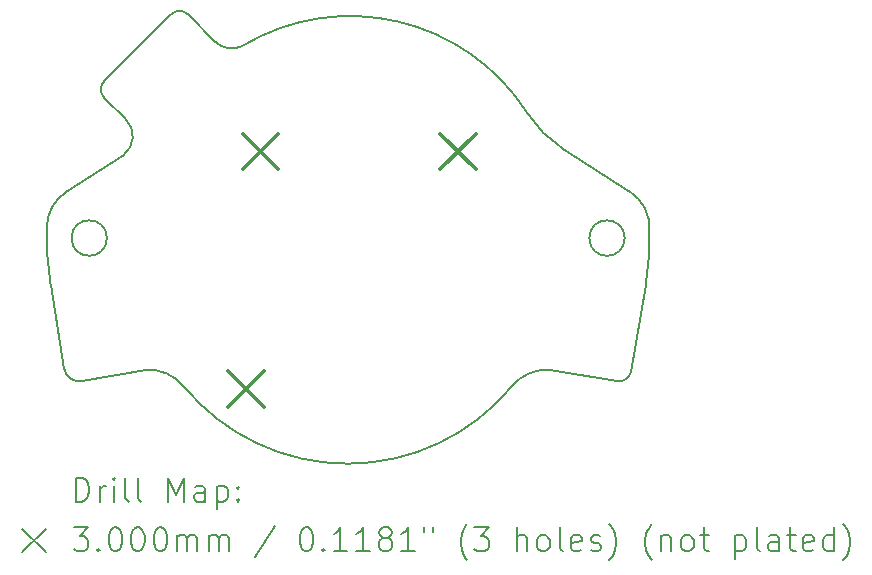
<source format=gbr>
%FSLAX45Y45*%
G04 Gerber Fmt 4.5, Leading zero omitted, Abs format (unit mm)*
G04 Created by KiCad (PCBNEW (6.0.1)) date 2022-03-04 07:34:20*
%MOMM*%
%LPD*%
G01*
G04 APERTURE LIST*
%TA.AperFunction,Profile*%
%ADD10C,0.200000*%
%TD*%
%ADD11C,0.200000*%
%ADD12C,0.300000*%
G04 APERTURE END LIST*
D10*
X8119220Y-8995923D02*
X7935901Y-8812604D01*
X7598096Y-11110038D02*
X7481529Y-10399757D01*
X12396279Y-11130038D02*
X12520000Y-10400000D01*
X7598096Y-11110038D02*
G75*
G03*
X7745957Y-11209065I121078J20885D01*
G01*
X8643009Y-8105497D02*
G75*
G03*
X8501588Y-8105497I-70711J-70711D01*
G01*
X11516467Y-8940539D02*
G75*
G03*
X9098280Y-8376920I-1498043J-957918D01*
G01*
X8873880Y-8336367D02*
G75*
G03*
X9098280Y-8376920I141421J141421D01*
G01*
X11516467Y-8940539D02*
G75*
G03*
X11816778Y-9242082I842484J538727D01*
G01*
X7450000Y-9910244D02*
G75*
G03*
X7481529Y-10399757I2637217J-75910D01*
G01*
X8873880Y-8336367D02*
X8643009Y-8105497D01*
X12280821Y-11210987D02*
G75*
G03*
X12396279Y-11130038I14573J102027D01*
G01*
X7958000Y-10000000D02*
G75*
G03*
X7958000Y-10000000I-150000J0D01*
G01*
X12520000Y-10400000D02*
G75*
G03*
X12551470Y-9930243I-2571814J408225D01*
G01*
X11709400Y-11115040D02*
X12280821Y-11210987D01*
X11816778Y-9242082D02*
X12387196Y-9607725D01*
X7745957Y-11209065D02*
X8290560Y-11115040D01*
X12342000Y-10000000D02*
G75*
G03*
X12342000Y-10000000I-150000J0D01*
G01*
X7935901Y-8671183D02*
G75*
G03*
X7935901Y-8812604I70711J-70711D01*
G01*
X11709400Y-11115040D02*
G75*
G03*
X11385953Y-11255493I-23936J-387537D01*
G01*
X8608952Y-11255493D02*
G75*
G03*
X11385953Y-11255493I1388501J1145454D01*
G01*
X8100713Y-9295116D02*
G75*
G03*
X8119220Y-8995923I-122915J157772D01*
G01*
X7613903Y-9609428D02*
X8100713Y-9295116D01*
X12551470Y-9930243D02*
G75*
G03*
X12387196Y-9607725I-359471J19999D01*
G01*
X8608952Y-11255493D02*
G75*
G03*
X8290560Y-11115040I-298977J-246642D01*
G01*
X8501588Y-8105497D02*
X7935901Y-8671183D01*
X7613903Y-9609428D02*
G75*
G03*
X7450000Y-9910244I194097J-300816D01*
G01*
D11*
D12*
X8986660Y-11127431D02*
X9286660Y-11427431D01*
X9286660Y-11127431D02*
X8986660Y-11427431D01*
X9109960Y-9115140D02*
X9409960Y-9415140D01*
X9409960Y-9115140D02*
X9109960Y-9415140D01*
X10779960Y-9115140D02*
X11079960Y-9415140D01*
X11079960Y-9115140D02*
X10779960Y-9415140D01*
D11*
X7696527Y-12230514D02*
X7696527Y-12030514D01*
X7744146Y-12030514D01*
X7772717Y-12040038D01*
X7791765Y-12059086D01*
X7801289Y-12078133D01*
X7810812Y-12116229D01*
X7810812Y-12144800D01*
X7801289Y-12182895D01*
X7791765Y-12201943D01*
X7772717Y-12220991D01*
X7744146Y-12230514D01*
X7696527Y-12230514D01*
X7896527Y-12230514D02*
X7896527Y-12097181D01*
X7896527Y-12135276D02*
X7906050Y-12116229D01*
X7915574Y-12106705D01*
X7934622Y-12097181D01*
X7953670Y-12097181D01*
X8020336Y-12230514D02*
X8020336Y-12097181D01*
X8020336Y-12030514D02*
X8010812Y-12040038D01*
X8020336Y-12049562D01*
X8029860Y-12040038D01*
X8020336Y-12030514D01*
X8020336Y-12049562D01*
X8144146Y-12230514D02*
X8125098Y-12220991D01*
X8115574Y-12201943D01*
X8115574Y-12030514D01*
X8248908Y-12230514D02*
X8229860Y-12220991D01*
X8220336Y-12201943D01*
X8220336Y-12030514D01*
X8477479Y-12230514D02*
X8477479Y-12030514D01*
X8544146Y-12173372D01*
X8610812Y-12030514D01*
X8610812Y-12230514D01*
X8791765Y-12230514D02*
X8791765Y-12125752D01*
X8782241Y-12106705D01*
X8763193Y-12097181D01*
X8725098Y-12097181D01*
X8706051Y-12106705D01*
X8791765Y-12220991D02*
X8772717Y-12230514D01*
X8725098Y-12230514D01*
X8706051Y-12220991D01*
X8696527Y-12201943D01*
X8696527Y-12182895D01*
X8706051Y-12163848D01*
X8725098Y-12154324D01*
X8772717Y-12154324D01*
X8791765Y-12144800D01*
X8887003Y-12097181D02*
X8887003Y-12297181D01*
X8887003Y-12106705D02*
X8906051Y-12097181D01*
X8944146Y-12097181D01*
X8963193Y-12106705D01*
X8972717Y-12116229D01*
X8982241Y-12135276D01*
X8982241Y-12192419D01*
X8972717Y-12211467D01*
X8963193Y-12220991D01*
X8944146Y-12230514D01*
X8906051Y-12230514D01*
X8887003Y-12220991D01*
X9067955Y-12211467D02*
X9077479Y-12220991D01*
X9067955Y-12230514D01*
X9058432Y-12220991D01*
X9067955Y-12211467D01*
X9067955Y-12230514D01*
X9067955Y-12106705D02*
X9077479Y-12116229D01*
X9067955Y-12125752D01*
X9058432Y-12116229D01*
X9067955Y-12106705D01*
X9067955Y-12125752D01*
X7238908Y-12460038D02*
X7438908Y-12660038D01*
X7438908Y-12460038D02*
X7238908Y-12660038D01*
X7677479Y-12450514D02*
X7801289Y-12450514D01*
X7734622Y-12526705D01*
X7763193Y-12526705D01*
X7782241Y-12536229D01*
X7791765Y-12545752D01*
X7801289Y-12564800D01*
X7801289Y-12612419D01*
X7791765Y-12631467D01*
X7782241Y-12640991D01*
X7763193Y-12650514D01*
X7706050Y-12650514D01*
X7687003Y-12640991D01*
X7677479Y-12631467D01*
X7887003Y-12631467D02*
X7896527Y-12640991D01*
X7887003Y-12650514D01*
X7877479Y-12640991D01*
X7887003Y-12631467D01*
X7887003Y-12650514D01*
X8020336Y-12450514D02*
X8039384Y-12450514D01*
X8058431Y-12460038D01*
X8067955Y-12469562D01*
X8077479Y-12488610D01*
X8087003Y-12526705D01*
X8087003Y-12574324D01*
X8077479Y-12612419D01*
X8067955Y-12631467D01*
X8058431Y-12640991D01*
X8039384Y-12650514D01*
X8020336Y-12650514D01*
X8001289Y-12640991D01*
X7991765Y-12631467D01*
X7982241Y-12612419D01*
X7972717Y-12574324D01*
X7972717Y-12526705D01*
X7982241Y-12488610D01*
X7991765Y-12469562D01*
X8001289Y-12460038D01*
X8020336Y-12450514D01*
X8210812Y-12450514D02*
X8229860Y-12450514D01*
X8248908Y-12460038D01*
X8258431Y-12469562D01*
X8267955Y-12488610D01*
X8277479Y-12526705D01*
X8277479Y-12574324D01*
X8267955Y-12612419D01*
X8258431Y-12631467D01*
X8248908Y-12640991D01*
X8229860Y-12650514D01*
X8210812Y-12650514D01*
X8191765Y-12640991D01*
X8182241Y-12631467D01*
X8172717Y-12612419D01*
X8163193Y-12574324D01*
X8163193Y-12526705D01*
X8172717Y-12488610D01*
X8182241Y-12469562D01*
X8191765Y-12460038D01*
X8210812Y-12450514D01*
X8401289Y-12450514D02*
X8420336Y-12450514D01*
X8439384Y-12460038D01*
X8448908Y-12469562D01*
X8458432Y-12488610D01*
X8467955Y-12526705D01*
X8467955Y-12574324D01*
X8458432Y-12612419D01*
X8448908Y-12631467D01*
X8439384Y-12640991D01*
X8420336Y-12650514D01*
X8401289Y-12650514D01*
X8382241Y-12640991D01*
X8372717Y-12631467D01*
X8363193Y-12612419D01*
X8353670Y-12574324D01*
X8353670Y-12526705D01*
X8363193Y-12488610D01*
X8372717Y-12469562D01*
X8382241Y-12460038D01*
X8401289Y-12450514D01*
X8553670Y-12650514D02*
X8553670Y-12517181D01*
X8553670Y-12536229D02*
X8563193Y-12526705D01*
X8582241Y-12517181D01*
X8610812Y-12517181D01*
X8629860Y-12526705D01*
X8639384Y-12545752D01*
X8639384Y-12650514D01*
X8639384Y-12545752D02*
X8648908Y-12526705D01*
X8667955Y-12517181D01*
X8696527Y-12517181D01*
X8715574Y-12526705D01*
X8725098Y-12545752D01*
X8725098Y-12650514D01*
X8820336Y-12650514D02*
X8820336Y-12517181D01*
X8820336Y-12536229D02*
X8829860Y-12526705D01*
X8848908Y-12517181D01*
X8877479Y-12517181D01*
X8896527Y-12526705D01*
X8906051Y-12545752D01*
X8906051Y-12650514D01*
X8906051Y-12545752D02*
X8915574Y-12526705D01*
X8934622Y-12517181D01*
X8963193Y-12517181D01*
X8982241Y-12526705D01*
X8991765Y-12545752D01*
X8991765Y-12650514D01*
X9382241Y-12440991D02*
X9210812Y-12698133D01*
X9639384Y-12450514D02*
X9658432Y-12450514D01*
X9677479Y-12460038D01*
X9687003Y-12469562D01*
X9696527Y-12488610D01*
X9706051Y-12526705D01*
X9706051Y-12574324D01*
X9696527Y-12612419D01*
X9687003Y-12631467D01*
X9677479Y-12640991D01*
X9658432Y-12650514D01*
X9639384Y-12650514D01*
X9620336Y-12640991D01*
X9610812Y-12631467D01*
X9601289Y-12612419D01*
X9591765Y-12574324D01*
X9591765Y-12526705D01*
X9601289Y-12488610D01*
X9610812Y-12469562D01*
X9620336Y-12460038D01*
X9639384Y-12450514D01*
X9791765Y-12631467D02*
X9801289Y-12640991D01*
X9791765Y-12650514D01*
X9782241Y-12640991D01*
X9791765Y-12631467D01*
X9791765Y-12650514D01*
X9991765Y-12650514D02*
X9877479Y-12650514D01*
X9934622Y-12650514D02*
X9934622Y-12450514D01*
X9915574Y-12479086D01*
X9896527Y-12498133D01*
X9877479Y-12507657D01*
X10182241Y-12650514D02*
X10067955Y-12650514D01*
X10125098Y-12650514D02*
X10125098Y-12450514D01*
X10106051Y-12479086D01*
X10087003Y-12498133D01*
X10067955Y-12507657D01*
X10296527Y-12536229D02*
X10277479Y-12526705D01*
X10267955Y-12517181D01*
X10258432Y-12498133D01*
X10258432Y-12488610D01*
X10267955Y-12469562D01*
X10277479Y-12460038D01*
X10296527Y-12450514D01*
X10334622Y-12450514D01*
X10353670Y-12460038D01*
X10363193Y-12469562D01*
X10372717Y-12488610D01*
X10372717Y-12498133D01*
X10363193Y-12517181D01*
X10353670Y-12526705D01*
X10334622Y-12536229D01*
X10296527Y-12536229D01*
X10277479Y-12545752D01*
X10267955Y-12555276D01*
X10258432Y-12574324D01*
X10258432Y-12612419D01*
X10267955Y-12631467D01*
X10277479Y-12640991D01*
X10296527Y-12650514D01*
X10334622Y-12650514D01*
X10353670Y-12640991D01*
X10363193Y-12631467D01*
X10372717Y-12612419D01*
X10372717Y-12574324D01*
X10363193Y-12555276D01*
X10353670Y-12545752D01*
X10334622Y-12536229D01*
X10563193Y-12650514D02*
X10448908Y-12650514D01*
X10506051Y-12650514D02*
X10506051Y-12450514D01*
X10487003Y-12479086D01*
X10467955Y-12498133D01*
X10448908Y-12507657D01*
X10639384Y-12450514D02*
X10639384Y-12488610D01*
X10715574Y-12450514D02*
X10715574Y-12488610D01*
X11010812Y-12726705D02*
X11001289Y-12717181D01*
X10982241Y-12688610D01*
X10972717Y-12669562D01*
X10963193Y-12640991D01*
X10953670Y-12593372D01*
X10953670Y-12555276D01*
X10963193Y-12507657D01*
X10972717Y-12479086D01*
X10982241Y-12460038D01*
X11001289Y-12431467D01*
X11010812Y-12421943D01*
X11067955Y-12450514D02*
X11191765Y-12450514D01*
X11125098Y-12526705D01*
X11153670Y-12526705D01*
X11172717Y-12536229D01*
X11182241Y-12545752D01*
X11191765Y-12564800D01*
X11191765Y-12612419D01*
X11182241Y-12631467D01*
X11172717Y-12640991D01*
X11153670Y-12650514D01*
X11096527Y-12650514D01*
X11077479Y-12640991D01*
X11067955Y-12631467D01*
X11429860Y-12650514D02*
X11429860Y-12450514D01*
X11515574Y-12650514D02*
X11515574Y-12545752D01*
X11506050Y-12526705D01*
X11487003Y-12517181D01*
X11458431Y-12517181D01*
X11439384Y-12526705D01*
X11429860Y-12536229D01*
X11639384Y-12650514D02*
X11620336Y-12640991D01*
X11610812Y-12631467D01*
X11601289Y-12612419D01*
X11601289Y-12555276D01*
X11610812Y-12536229D01*
X11620336Y-12526705D01*
X11639384Y-12517181D01*
X11667955Y-12517181D01*
X11687003Y-12526705D01*
X11696527Y-12536229D01*
X11706050Y-12555276D01*
X11706050Y-12612419D01*
X11696527Y-12631467D01*
X11687003Y-12640991D01*
X11667955Y-12650514D01*
X11639384Y-12650514D01*
X11820336Y-12650514D02*
X11801289Y-12640991D01*
X11791765Y-12621943D01*
X11791765Y-12450514D01*
X11972717Y-12640991D02*
X11953670Y-12650514D01*
X11915574Y-12650514D01*
X11896527Y-12640991D01*
X11887003Y-12621943D01*
X11887003Y-12545752D01*
X11896527Y-12526705D01*
X11915574Y-12517181D01*
X11953670Y-12517181D01*
X11972717Y-12526705D01*
X11982241Y-12545752D01*
X11982241Y-12564800D01*
X11887003Y-12583848D01*
X12058431Y-12640991D02*
X12077479Y-12650514D01*
X12115574Y-12650514D01*
X12134622Y-12640991D01*
X12144146Y-12621943D01*
X12144146Y-12612419D01*
X12134622Y-12593372D01*
X12115574Y-12583848D01*
X12087003Y-12583848D01*
X12067955Y-12574324D01*
X12058431Y-12555276D01*
X12058431Y-12545752D01*
X12067955Y-12526705D01*
X12087003Y-12517181D01*
X12115574Y-12517181D01*
X12134622Y-12526705D01*
X12210812Y-12726705D02*
X12220336Y-12717181D01*
X12239384Y-12688610D01*
X12248908Y-12669562D01*
X12258431Y-12640991D01*
X12267955Y-12593372D01*
X12267955Y-12555276D01*
X12258431Y-12507657D01*
X12248908Y-12479086D01*
X12239384Y-12460038D01*
X12220336Y-12431467D01*
X12210812Y-12421943D01*
X12572717Y-12726705D02*
X12563193Y-12717181D01*
X12544146Y-12688610D01*
X12534622Y-12669562D01*
X12525098Y-12640991D01*
X12515574Y-12593372D01*
X12515574Y-12555276D01*
X12525098Y-12507657D01*
X12534622Y-12479086D01*
X12544146Y-12460038D01*
X12563193Y-12431467D01*
X12572717Y-12421943D01*
X12648908Y-12517181D02*
X12648908Y-12650514D01*
X12648908Y-12536229D02*
X12658431Y-12526705D01*
X12677479Y-12517181D01*
X12706050Y-12517181D01*
X12725098Y-12526705D01*
X12734622Y-12545752D01*
X12734622Y-12650514D01*
X12858431Y-12650514D02*
X12839384Y-12640991D01*
X12829860Y-12631467D01*
X12820336Y-12612419D01*
X12820336Y-12555276D01*
X12829860Y-12536229D01*
X12839384Y-12526705D01*
X12858431Y-12517181D01*
X12887003Y-12517181D01*
X12906050Y-12526705D01*
X12915574Y-12536229D01*
X12925098Y-12555276D01*
X12925098Y-12612419D01*
X12915574Y-12631467D01*
X12906050Y-12640991D01*
X12887003Y-12650514D01*
X12858431Y-12650514D01*
X12982241Y-12517181D02*
X13058431Y-12517181D01*
X13010812Y-12450514D02*
X13010812Y-12621943D01*
X13020336Y-12640991D01*
X13039384Y-12650514D01*
X13058431Y-12650514D01*
X13277479Y-12517181D02*
X13277479Y-12717181D01*
X13277479Y-12526705D02*
X13296527Y-12517181D01*
X13334622Y-12517181D01*
X13353670Y-12526705D01*
X13363193Y-12536229D01*
X13372717Y-12555276D01*
X13372717Y-12612419D01*
X13363193Y-12631467D01*
X13353670Y-12640991D01*
X13334622Y-12650514D01*
X13296527Y-12650514D01*
X13277479Y-12640991D01*
X13487003Y-12650514D02*
X13467955Y-12640991D01*
X13458431Y-12621943D01*
X13458431Y-12450514D01*
X13648908Y-12650514D02*
X13648908Y-12545752D01*
X13639384Y-12526705D01*
X13620336Y-12517181D01*
X13582241Y-12517181D01*
X13563193Y-12526705D01*
X13648908Y-12640991D02*
X13629860Y-12650514D01*
X13582241Y-12650514D01*
X13563193Y-12640991D01*
X13553670Y-12621943D01*
X13553670Y-12602895D01*
X13563193Y-12583848D01*
X13582241Y-12574324D01*
X13629860Y-12574324D01*
X13648908Y-12564800D01*
X13715574Y-12517181D02*
X13791765Y-12517181D01*
X13744146Y-12450514D02*
X13744146Y-12621943D01*
X13753670Y-12640991D01*
X13772717Y-12650514D01*
X13791765Y-12650514D01*
X13934622Y-12640991D02*
X13915574Y-12650514D01*
X13877479Y-12650514D01*
X13858431Y-12640991D01*
X13848908Y-12621943D01*
X13848908Y-12545752D01*
X13858431Y-12526705D01*
X13877479Y-12517181D01*
X13915574Y-12517181D01*
X13934622Y-12526705D01*
X13944146Y-12545752D01*
X13944146Y-12564800D01*
X13848908Y-12583848D01*
X14115574Y-12650514D02*
X14115574Y-12450514D01*
X14115574Y-12640991D02*
X14096527Y-12650514D01*
X14058431Y-12650514D01*
X14039384Y-12640991D01*
X14029860Y-12631467D01*
X14020336Y-12612419D01*
X14020336Y-12555276D01*
X14029860Y-12536229D01*
X14039384Y-12526705D01*
X14058431Y-12517181D01*
X14096527Y-12517181D01*
X14115574Y-12526705D01*
X14191765Y-12726705D02*
X14201289Y-12717181D01*
X14220336Y-12688610D01*
X14229860Y-12669562D01*
X14239384Y-12640991D01*
X14248908Y-12593372D01*
X14248908Y-12555276D01*
X14239384Y-12507657D01*
X14229860Y-12479086D01*
X14220336Y-12460038D01*
X14201289Y-12431467D01*
X14191765Y-12421943D01*
M02*

</source>
